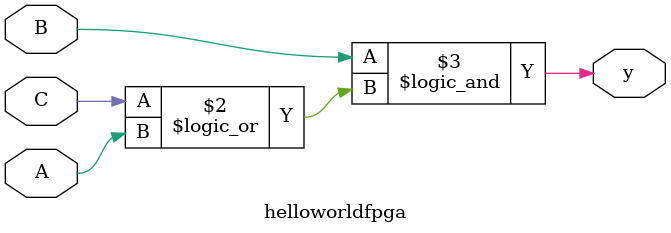
<source format=v>
module helloworldfpga(input wire A, input wire B, input wire C,output wire y);
always @(*)begin
 y = (B&&(C||A));
end
endmodule

</source>
